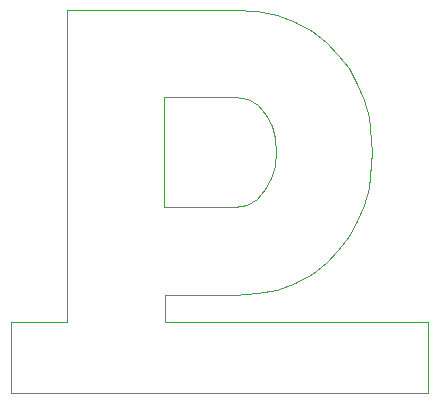
<source format=gm1>
G04 #@! TF.FileFunction,Profile,NP*
%FSLAX46Y46*%
G04 Gerber Fmt 4.6, Leading zero omitted, Abs format (unit mm)*
G04 Created by KiCad (PCBNEW 4.0.0-rc2-stable) date 3/3/2016 3:46:44 PM*
%MOMM*%
G01*
G04 APERTURE LIST*
%ADD10C,0.150000*%
%ADD11C,0.100000*%
G04 APERTURE END LIST*
D10*
D11*
X59630000Y-51160000D02*
X51330000Y-51160000D01*
X51330000Y-51160000D02*
X51330000Y-51150000D01*
X51330000Y-51150000D02*
X46630000Y-51150000D01*
X46630000Y-51150000D02*
X46630000Y-45150000D01*
X46630000Y-45150000D02*
X51330000Y-45150000D01*
X51330000Y-45150000D02*
X51330000Y-18720000D01*
X51330000Y-18720000D02*
X51330000Y-18720000D01*
X51330000Y-18720000D02*
X65600000Y-18720000D01*
X65600000Y-18720000D02*
X67470000Y-18830000D01*
X67470000Y-18830000D02*
X69160000Y-19170000D01*
X69160000Y-19170000D02*
X70700000Y-19730000D01*
X70700000Y-19730000D02*
X72070000Y-20510000D01*
X72070000Y-20510000D02*
X73270000Y-21460000D01*
X73270000Y-21460000D02*
X74320000Y-22520000D01*
X74320000Y-22520000D02*
X75210000Y-23690000D01*
X75210000Y-23690000D02*
X75940000Y-24980000D01*
X75940000Y-24980000D02*
X76500000Y-26350000D01*
X76500000Y-26350000D02*
X76910000Y-27780000D01*
X76910000Y-27780000D02*
X77230000Y-30790000D01*
X77230000Y-30790000D02*
X76910000Y-33810000D01*
X76910000Y-33810000D02*
X76500000Y-35240000D01*
X76500000Y-35240000D02*
X75940000Y-36610000D01*
X75940000Y-36610000D02*
X75210000Y-37890000D01*
X75210000Y-37890000D02*
X74320000Y-39070000D01*
X74320000Y-39070000D02*
X73270000Y-40130000D01*
X73270000Y-40130000D02*
X72070000Y-41080000D01*
X72070000Y-41080000D02*
X70700000Y-41860000D01*
X70700000Y-41860000D02*
X69160000Y-42420000D01*
X69160000Y-42420000D02*
X67470000Y-42750000D01*
X67470000Y-42750000D02*
X65600000Y-42860000D01*
X65600000Y-42860000D02*
X59630000Y-42860000D01*
X59630000Y-42860000D02*
X59630000Y-45150000D01*
X59630000Y-45150000D02*
X81930000Y-45150000D01*
X81930000Y-45150000D02*
X81930000Y-51150000D01*
X81930000Y-51150000D02*
X59630000Y-51150000D01*
X59630000Y-51150000D02*
X59630000Y-51160000D01*
X59630000Y-51160000D02*
X59630000Y-51160000D01*
X59630000Y-51160000D02*
X59630000Y-51160000D01*
X66590000Y-35230000D02*
X67460000Y-34710000D01*
X67460000Y-34710000D02*
X68150000Y-33930000D01*
X68150000Y-33930000D02*
X68640000Y-32990000D01*
X68640000Y-32990000D02*
X68940000Y-31930000D01*
X68940000Y-31930000D02*
X69060000Y-30770000D01*
X69060000Y-30770000D02*
X68980000Y-29610000D01*
X68980000Y-29610000D02*
X68710000Y-28540000D01*
X68710000Y-28540000D02*
X68230000Y-27610000D01*
X68230000Y-27610000D02*
X67550000Y-26830000D01*
X67550000Y-26830000D02*
X66660000Y-26310000D01*
X66660000Y-26310000D02*
X65560000Y-26130000D01*
X65560000Y-26130000D02*
X62570000Y-26110000D01*
X62570000Y-26110000D02*
X59620000Y-26140000D01*
X59620000Y-26140000D02*
X59620000Y-35400000D01*
X59620000Y-35400000D02*
X59630000Y-35400000D01*
X59630000Y-35400000D02*
X65560000Y-35400000D01*
X65560000Y-35400000D02*
X66590000Y-35230000D01*
X66590000Y-35230000D02*
X66590000Y-35230000D01*
X66590000Y-35230000D02*
X66590000Y-35230000D01*
M02*

</source>
